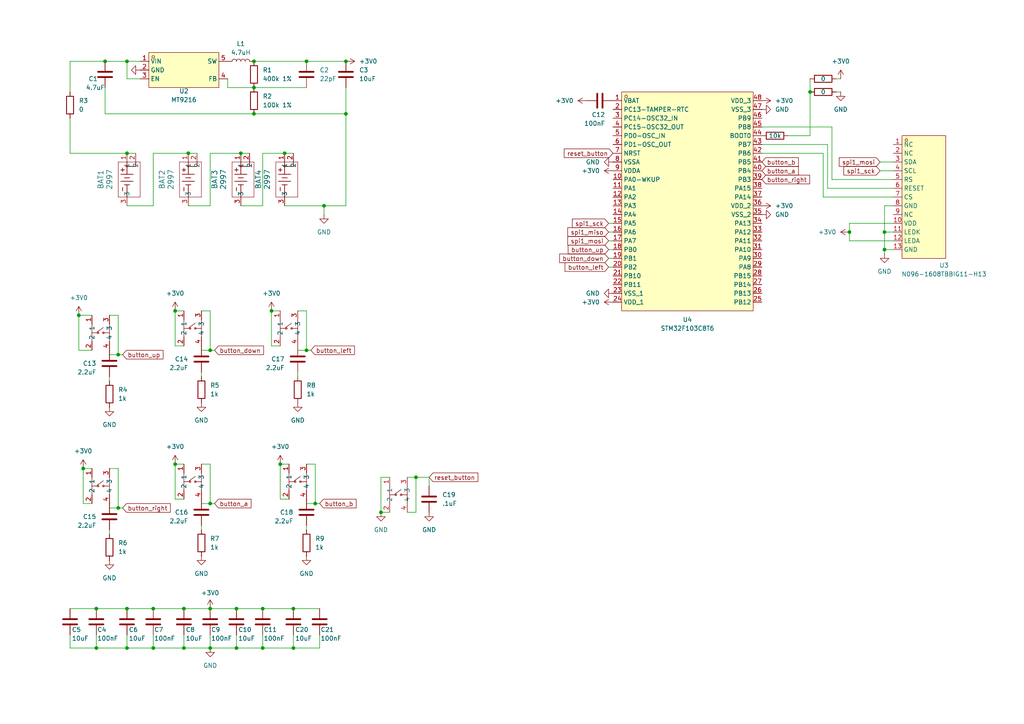
<source format=kicad_sch>
(kicad_sch (version 20231120) (generator "eeschema") (generator_version "8.0")
  (paper "A4")
  (title_block (title "stm32 business card"))
  (lib_symbols
    (symbol "2025-02-07_04-30-39:2997" (pin_names (offset 0.254))
      (property "Reference" "BAT" (at 7.62 8.89 0))
      (property "Value" "2997" (at 7.62 5.08 0))
      (symbol "2997_0_1"
        (polyline (pts (xy 2.54 -3.81) (xy 12.7 -3.81)) (stroke (width 0.127)))
        (polyline (pts (xy 2.54 -2.54) (xy 3.81 -2.54)) (stroke (width 0.2032)))
        (polyline (pts (xy 2.54 0) (xy 6.096 0)) (stroke (width 0.2032)))
        (polyline (pts (xy 2.54 2.54) (xy 2.54 -3.81)) (stroke (width 0.127)))
        (polyline (pts (xy 3.81 0) (xy 3.81 -2.54)) (stroke (width 0.2032)))
        (polyline (pts (xy 4.318 1.27) (xy 5.334 1.27)) (stroke (width 0.2032)))
        (polyline (pts (xy 4.826 1.778) (xy 4.826 0.762)) (stroke (width 0.2032)))
        (polyline (pts (xy 6.096 -1.778) (xy 6.096 1.778)) (stroke (width 0.2032)))
        (polyline (pts (xy 7.112 0.762) (xy 7.112 -0.762)) (stroke (width 0.2032)))
        (polyline (pts (xy 8.128 -1.778) (xy 8.128 1.778)) (stroke (width 0.2032)))
        (polyline (pts (xy 9.144 0) (xy 12.7 0)) (stroke (width 0.2032)))
        (polyline (pts (xy 9.144 0.762) (xy 9.144 -0.762)) (stroke (width 0.2032)))
        (polyline (pts (xy 9.906 1.27) (xy 10.922 1.27)) (stroke (width 0.2032)))
        (polyline (pts (xy 12.7 -3.81) (xy 12.7 2.54)) (stroke (width 0.127)))
        (polyline (pts (xy 12.7 2.54) (xy 2.54 2.54)) (stroke (width 0.127)))
        (circle (center 3.81 0) (radius 0.127) (stroke (width 0.254)))
        (pin unspecified line (at 0 0 0) (length 2.54) (name "1") (number "1"))
        (pin unspecified line (at 0 -2.54 0) (length 2.54) (name "2") (number "2"))
        (pin unspecified line (at 15.24 0 180) (length 2.54) (name "3") (number "3"))
      )
    )
    (symbol "Device:C" (pin_numbers hide) (pin_names (offset 0.254))
      (property "Reference" "C" (at 0.635 2.54 0))
      (property "Value" "C" (at 0.635 -2.54 0))
      (symbol "C_0_1"
        (polyline (pts (xy -2.032 -0.762) (xy 2.032 -0.762)) (stroke (width 0.508)))
        (polyline (pts (xy -2.032 0.762) (xy 2.032 0.762)) (stroke (width 0.508)))
      )
      (symbol "C_1_1"
        (pin passive line (at 0 3.81 270) (length 2.794) (name "~") (number "1"))
        (pin passive line (at 0 -3.81 90) (length 2.794) (name "~") (number "2"))
      )
    )
    (symbol "Device:L" (pin_numbers hide) (pin_names (offset 1.016) hide)
      (property "Reference" "L" (at -1.27 0 90))
      (property "Value" "L" (at 1.905 0 90))
      (symbol "L_0_1"
        (arc (start 0 -2.54) (mid 0.6323 -1.905) (end 0 -1.27))
        (arc (start 0 -1.27) (mid 0.6323 -0.635) (end 0 0))
        (arc (start 0 0) (mid 0.6323 0.635) (end 0 1.27))
        (arc (start 0 1.27) (mid 0.6323 1.905) (end 0 2.54))
      )
      (symbol "L_1_1"
        (pin passive line (at 0 3.81 270) (length 1.27) (name "1") (number "1"))
        (pin passive line (at 0 -3.81 90) (length 1.27) (name "2") (number "2"))
      )
    )
    (symbol "Device:R" (pin_numbers hide) (pin_names (offset 0))
      (property "Reference" "R" (at 2.032 0 90))
      (property "Value" "R" (at 0 0 90))
      (symbol "R_0_1"
        (rectangle (start -1.016 -2.54) (end 1.016 2.54) (stroke (width 0.254)))
      )
      (symbol "R_1_1"
        (pin passive line (at 0 3.81 270) (length 1.27) (name "~") (number "1"))
        (pin passive line (at 0 -3.81 90) (length 1.27) (name "~") (number "2"))
      )
    )
    (symbol "easyeda2kicad:MT9216"
      (property "Reference" "U" (at 0 7.62 0))
      (property "Value" "MT9216" (at 0 -7.62 0))
      (symbol "MT9216_0_1"
        (rectangle (start -10.16 5.08) (end 10.16 -5.08) (fill (type background)))
        (circle (center -8.89 3.81) (radius 0.38))
        (pin unspecified line (at -12.7 2.54 0) (length 2.54) (name "VIN") (number "1"))
        (pin unspecified line (at -12.7 0 0) (length 2.54) (name "GND") (number "2"))
        (pin unspecified line (at -12.7 -2.54 0) (length 2.54) (name "EN") (number "3"))
        (pin unspecified line (at 12.7 -2.54 180) (length 2.54) (name "FB") (number "4"))
        (pin unspecified line (at 12.7 2.54 180) (length 2.54) (name "SW") (number "5"))
      )
    )
    (symbol "easyeda2kicad:N096-1608TBBIG11-H13"
      (property "Reference" "U" (at 0 20.32 0))
      (property "Value" "N096-1608TBBIG11-H13" (at 0 -20.32 0))
      (symbol "N096-1608TBBIG11-H13_0_1"
        (rectangle (start -6.35 17.78) (end 6.35 -17.78) (fill (type background)))
        (circle (center -5.08 16.51) (radius 0.38))
        (pin unspecified line (at -8.89 15.24 0) (length 2.54) (name "NC") (number "1"))
        (pin unspecified line (at -8.89 -7.62 0) (length 2.54) (name "VDD") (number "10"))
        (pin unspecified line (at -8.89 -10.16 0) (length 2.54) (name "LEDK") (number "11"))
        (pin unspecified line (at -8.89 -12.7 0) (length 2.54) (name "LEDA") (number "12"))
        (pin unspecified line (at -8.89 -15.24 0) (length 2.54) (name "GND") (number "13"))
        (pin unspecified line (at -8.89 12.7 0) (length 2.54) (name "NC") (number "2"))
        (pin unspecified line (at -8.89 10.16 0) (length 2.54) (name "SDA") (number "3"))
        (pin unspecified line (at -8.89 7.62 0) (length 2.54) (name "SCL") (number "4"))
        (pin unspecified line (at -8.89 5.08 0) (length 2.54) (name "RS") (number "5"))
        (pin unspecified line (at -8.89 2.54 0) (length 2.54) (name "RESET") (number "6"))
        (pin unspecified line (at -8.89 0 0) (length 2.54) (name "CS") (number "7"))
        (pin unspecified line (at -8.89 -2.54 0) (length 2.54) (name "GND") (number "8"))
        (pin unspecified line (at -8.89 -5.08 0) (length 2.54) (name "NC") (number "9"))
      )
    )
    (symbol "easyeda2kicad:STM32F103C8T6"
      (property "Reference" "U" (at 0 34.29 0))
      (property "Value" "STM32F103C8T6" (at 0 -34.29 0))
      (symbol "STM32F103C8T6_0_1"
        (rectangle (start -19.05 31.75) (end 19.05 -31.75) (fill (type background)))
        (circle (center -17.78 30.48) (radius 0.38))
        (pin unspecified line (at -21.59 29.21 0) (length 2.54) (name "VBAT") (number "1"))
        (pin unspecified line (at -21.59 6.35 0) (length 2.54) (name "PA0-WKUP") (number "10"))
        (pin unspecified line (at -21.59 3.81 0) (length 2.54) (name "PA1") (number "11"))
        (pin unspecified line (at -21.59 1.27 0) (length 2.54) (name "PA2") (number "12"))
        (pin unspecified line (at -21.59 -1.27 0) (length 2.54) (name "PA3") (number "13"))
        (pin unspecified line (at -21.59 -3.81 0) (length 2.54) (name "PA4") (number "14"))
        (pin unspecified line (at -21.59 -6.35 0) (length 2.54) (name "PA5") (number "15"))
        (pin unspecified line (at -21.59 -8.89 0) (length 2.54) (name "PA6") (number "16"))
        (pin unspecified line (at -21.59 -11.43 0) (length 2.54) (name "PA7") (number "17"))
        (pin unspecified line (at -21.59 -13.97 0) (length 2.54) (name "PB0") (number "18"))
        (pin unspecified line (at -21.59 -16.51 0) (length 2.54) (name "PB1") (number "19"))
        (pin unspecified line (at -21.59 26.67 0) (length 2.54) (name "PC13-TAMPER-RTC") (number "2"))
        (pin unspecified line (at -21.59 -19.05 0) (length 2.54) (name "PB2") (number "20"))
        (pin unspecified line (at -21.59 -21.59 0) (length 2.54) (name "PB10") (number "21"))
        (pin unspecified line (at -21.59 -24.13 0) (length 2.54) (name "PB11") (number "22"))
        (pin unspecified line (at -21.59 -26.67 0) (length 2.54) (name "VSS_1") (number "23"))
        (pin unspecified line (at -21.59 -29.21 0) (length 2.54) (name "VDD_1") (number "24"))
        (pin unspecified line (at 21.59 -29.21 180) (length 2.54) (name "PB12") (number "25"))
        (pin unspecified line (at 21.59 -26.67 180) (length 2.54) (name "PB13") (number "26"))
        (pin unspecified line (at 21.59 -24.13 180) (length 2.54) (name "PB14") (number "27"))
        (pin unspecified line (at 21.59 -21.59 180) (length 2.54) (name "PB15") (number "28"))
        (pin unspecified line (at 21.59 -19.05 180) (length 2.54) (name "PA8") (number "29"))
        (pin unspecified line (at -21.59 24.13 0) (length 2.54) (name "PC14-OSC32_IN") (number "3"))
        (pin unspecified line (at 21.59 -16.51 180) (length 2.54) (name "PA9") (number "30"))
        (pin unspecified line (at 21.59 -13.97 180) (length 2.54) (name "PA10") (number "31"))
        (pin unspecified line (at 21.59 -11.43 180) (length 2.54) (name "PA11") (number "32"))
        (pin unspecified line (at 21.59 -8.89 180) (length 2.54) (name "PA12") (number "33"))
        (pin unspecified line (at 21.59 -6.35 180) (length 2.54) (name "PA13") (number "34"))
        (pin unspecified line (at 21.59 -3.81 180) (length 2.54) (name "VSS_2") (number "35"))
        (pin unspecified line (at 21.59 -1.27 180) (length 2.54) (name "VDD_2") (number "36"))
        (pin unspecified line (at 21.59 1.27 180) (length 2.54) (name "PA14") (number "37"))
        (pin unspecified line (at 21.59 3.81 180) (length 2.54) (name "PA15") (number "38"))
        (pin unspecified line (at 21.59 6.35 180) (length 2.54) (name "PB3") (number "39"))
        (pin unspecified line (at -21.59 21.59 0) (length 2.54) (name "PC15-OSC32_OUT") (number "4"))
        (pin unspecified line (at 21.59 8.89 180) (length 2.54) (name "PB4") (number "40"))
        (pin unspecified line (at 21.59 11.43 180) (length 2.54) (name "PB5") (number "41"))
        (pin unspecified line (at 21.59 13.97 180) (length 2.54) (name "PB6") (number "42"))
        (pin unspecified line (at 21.59 16.51 180) (length 2.54) (name "PB7") (number "43"))
        (pin unspecified line (at 21.59 19.05 180) (length 2.54) (name "BOOT0") (number "44"))
        (pin unspecified line (at 21.59 21.59 180) (length 2.54) (name "PB8") (number "45"))
        (pin unspecified line (at 21.59 24.13 180) (length 2.54) (name "PB9") (number "46"))
        (pin unspecified line (at 21.59 26.67 180) (length 2.54) (name "VSS_3") (number "47"))
        (pin unspecified line (at 21.59 29.21 180) (length 2.54) (name "VDD_3") (number "48"))
        (pin unspecified line (at -21.59 19.05 0) (length 2.54) (name "PD0-OSC_IN") (number "5"))
        (pin unspecified line (at -21.59 16.51 0) (length 2.54) (name "PD1-OSC_OUT") (number "6"))
        (pin unspecified line (at -21.59 13.97 0) (length 2.54) (name "NRST") (number "7"))
        (pin unspecified line (at -21.59 11.43 0) (length 2.54) (name "VSSA") (number "8"))
        (pin unspecified line (at -21.59 8.89 0) (length 2.54) (name "VDDA") (number "9"))
      )
    )
    (symbol "easyeda2kicad:TSD003A04126A02"
      (property "Reference" "SW" (at 0 7.62 0))
      (property "Value" "TSD003A04126A02" (at 0 -7.62 0))
      (symbol "TSD003A04126A02_0_1"
        (circle (center 0 -0.76) (radius 0.25))
        (polyline (pts (xy -2.54 2.54) (xy 2.54 2.54)))
        (polyline (pts (xy -1.52 -0.76) (xy -0.25 1.02)))
        (polyline (pts (xy 0 -2.54) (xy 0 -0.76)))
        (polyline (pts (xy 0 1.52) (xy 0 0.76)))
        (polyline (pts (xy 0 2.54) (xy 0 1.52)))
        (polyline (pts (xy 2.54 -2.54) (xy -2.54 -2.54)))
        (circle (center 0 0.76) (radius 0.25))
        (pin unspecified line (at -5.08 2.54 0) (length 2.54) (name "1") (number "1"))
        (pin unspecified line (at 5.08 2.54 180) (length 2.54) (name "2") (number "2"))
        (pin unspecified line (at -5.08 -2.54 0) (length 2.54) (name "3") (number "3"))
        (pin unspecified line (at 5.08 -2.54 180) (length 2.54) (name "4") (number "4"))
      )
    )
    (symbol "power:+3V0" (power) (pin_numbers hide) (pin_names (offset 0) hide)
      (property "Value" "+3V0" (at 0 3.556 0))
      (symbol "+3V0_0_1"
        (polyline (pts (xy -0.762 1.27) (xy 0 2.54)))
        (polyline (pts (xy 0 0) (xy 0 2.54)))
        (polyline (pts (xy 0 2.54) (xy 0.762 1.27)))
      )
      (symbol "+3V0_1_1"
        (pin power_in line (at 0 0 90) (length 0) (name "~") (number "1"))
      )
    )
    (symbol "power:GND" (power) (pin_numbers hide) (pin_names (offset 0) hide)
      (property "Value" "GND" (at 0 -3.81 0))
      (symbol "GND_0_1"
        (polyline (pts (xy 0 0) (xy 0 -1.27) (xy 1.27 -1.27) (xy 0 -2.54) (xy -1.27 -1.27) (xy 0 -1.27)))
      )
      (symbol "GND_1_1"
        (pin power_in line (at 0 0 270) (length 0) (name "~") (number "1"))
      )
    )
  )
  (junction (at 256.54 67.31))
  (junction (at 60.96 146.05))
  (junction (at 44.45 176.53))
  (junction (at 110.49 148.59))
  (junction (at 88.9 17.78))
  (junction (at 120.65 138.43))
  (junction (at 69.85 44.45))
  (junction (at 54.61 44.45))
  (junction (at 27.94 187.96))
  (junction (at 81.28 134.62))
  (junction (at 88.9 101.6))
  (junction (at 44.45 187.96))
  (junction (at 85.09 176.53))
  (junction (at 60.96 187.96))
  (junction (at 34.29 147.32))
  (junction (at 82.55 44.45))
  (junction (at 91.44 146.05))
  (junction (at 50.8 134.62))
  (junction (at 30.48 17.78))
  (junction (at 36.83 44.45))
  (junction (at 93.98 59.69))
  (junction (at 73.66 17.78))
  (junction (at 100.33 17.78))
  (junction (at 53.34 187.96))
  (junction (at 34.29 102.87))
  (junction (at 246.38 67.31))
  (junction (at 36.83 176.53))
  (junction (at 78.74 90.17))
  (junction (at 36.83 187.96))
  (junction (at 60.96 101.6))
  (junction (at 68.58 176.53))
  (junction (at 68.58 187.96))
  (junction (at 234.95 26.67))
  (junction (at 22.86 91.44))
  (junction (at 256.54 72.39))
  (junction (at 85.09 187.96))
  (junction (at 76.2 176.53))
  (junction (at 24.13 135.89))
  (junction (at 53.34 176.53))
  (junction (at 100.33 33.02))
  (junction (at 27.94 176.53))
  (junction (at 73.66 33.02))
  (junction (at 73.66 25.4))
  (junction (at 50.8 90.17))
  (junction (at 76.2 187.96))
  (junction (at 36.83 17.78))
  (junction (at 60.96 176.53))
  (wire (pts (xy 31.75 110.49) (xy 31.75 109.22)))
  (wire (pts (xy 100.33 33.02) (xy 100.33 59.69)))
  (wire (pts (xy 86.36 90.17) (xy 88.9 90.17)))
  (wire (pts (xy 60.96 176.53) (xy 68.58 176.53)))
  (wire (pts (xy 83.82 144.78) (xy 81.28 144.78)))
  (wire (pts (xy 92.71 184.15) (xy 92.71 187.96)))
  (wire (pts (xy 240.03 41.91) (xy 220.98 41.91)))
  (wire (pts (xy 27.94 184.15) (xy 27.94 187.96)))
  (wire (pts (xy 36.83 17.78) (xy 36.83 22.86)))
  (wire (pts (xy 243.84 22.86) (xy 242.57 22.86)))
  (wire (pts (xy 76.2 44.45) (xy 82.55 44.45)))
  (wire (pts (xy 22.86 91.44) (xy 22.86 101.6)))
  (wire (pts (xy 50.8 90.17) (xy 53.34 90.17)))
  (wire (pts (xy 68.58 187.96) (xy 76.2 187.96)))
  (wire (pts (xy 60.96 90.17) (xy 60.96 101.6)))
  (wire (pts (xy 58.42 134.62) (xy 60.96 134.62)))
  (wire (pts (xy 50.8 134.62) (xy 50.8 144.78)))
  (wire (pts (xy 36.83 44.45) (xy 39.37 44.45)))
  (wire (pts (xy 246.38 67.31) (xy 246.38 69.85)))
  (wire (pts (xy 73.66 33.02) (xy 100.33 33.02)))
  (wire (pts (xy 256.54 59.69) (xy 256.54 67.31)))
  (wire (pts (xy 60.96 101.6) (xy 62.23 101.6)))
  (wire (pts (xy 44.45 176.53) (xy 53.34 176.53)))
  (wire (pts (xy 53.34 144.78) (xy 50.8 144.78)))
  (wire (pts (xy 24.13 135.89) (xy 26.67 135.89)))
  (wire (pts (xy 73.66 33.02) (xy 30.48 33.02)))
  (wire (pts (xy 92.71 187.96) (xy 85.09 187.96)))
  (wire (pts (xy 255.27 46.99) (xy 259.08 46.99)))
  (wire (pts (xy 20.32 34.29) (xy 20.32 44.45)))
  (wire (pts (xy 120.65 138.43) (xy 124.46 138.43)))
  (wire (pts (xy 26.67 101.6) (xy 22.86 101.6)))
  (wire (pts (xy 66.04 25.4) (xy 73.66 25.4)))
  (wire (pts (xy 44.45 184.15) (xy 44.45 187.96)))
  (wire (pts (xy 54.61 44.45) (xy 57.15 44.45)))
  (wire (pts (xy 26.67 146.05) (xy 24.13 146.05)))
  (wire (pts (xy 88.9 153.67) (xy 88.9 152.4)))
  (wire (pts (xy 31.75 135.89) (xy 34.29 135.89)))
  (wire (pts (xy 120.65 138.43) (xy 120.65 148.59)))
  (wire (pts (xy 85.09 176.53) (xy 92.71 176.53)))
  (wire (pts (xy 124.46 138.43) (xy 124.46 140.97)))
  (wire (pts (xy 60.96 134.62) (xy 60.96 146.05)))
  (wire (pts (xy 259.08 52.07) (xy 241.3 52.07)))
  (wire (pts (xy 36.83 59.69) (xy 44.45 59.69)))
  (wire (pts (xy 110.49 138.43) (xy 110.49 148.59)))
  (wire (pts (xy 69.85 44.45) (xy 72.39 44.45)))
  (wire (pts (xy 58.42 109.22) (xy 58.42 107.95)))
  (wire (pts (xy 100.33 25.4) (xy 100.33 33.02)))
  (wire (pts (xy 36.83 187.96) (xy 44.45 187.96)))
  (wire (pts (xy 44.45 44.45) (xy 54.61 44.45)))
  (wire (pts (xy 40.64 22.86) (xy 36.83 22.86)))
  (wire (pts (xy 78.74 90.17) (xy 81.28 90.17)))
  (wire (pts (xy 93.98 59.69) (xy 93.98 62.23)))
  (wire (pts (xy 259.08 67.31) (xy 256.54 67.31)))
  (wire (pts (xy 69.85 59.69) (xy 76.2 59.69)))
  (wire (pts (xy 34.29 147.32) (xy 35.56 147.32)))
  (wire (pts (xy 27.94 187.96) (xy 36.83 187.96)))
  (wire (pts (xy 58.42 90.17) (xy 60.96 90.17)))
  (wire (pts (xy 54.61 59.69) (xy 60.96 59.69)))
  (wire (pts (xy 240.03 54.61) (xy 259.08 54.61)))
  (wire (pts (xy 176.53 74.93) (xy 177.8 74.93)))
  (wire (pts (xy 259.08 59.69) (xy 256.54 59.69)))
  (wire (pts (xy 73.66 17.78) (xy 88.9 17.78)))
  (wire (pts (xy 176.53 72.39) (xy 177.8 72.39)))
  (wire (pts (xy 88.9 90.17) (xy 88.9 101.6)))
  (wire (pts (xy 243.84 26.67) (xy 242.57 26.67)))
  (wire (pts (xy 58.42 153.67) (xy 58.42 152.4)))
  (wire (pts (xy 240.03 41.91) (xy 240.03 54.61)))
  (wire (pts (xy 88.9 101.6) (xy 90.17 101.6)))
  (wire (pts (xy 31.75 147.32) (xy 34.29 147.32)))
  (wire (pts (xy 30.48 25.4) (xy 30.48 33.02)))
  (wire (pts (xy 228.6 39.37) (xy 234.95 39.37)))
  (wire (pts (xy 86.36 109.22) (xy 86.36 107.95)))
  (wire (pts (xy 110.49 148.59) (xy 113.03 148.59)))
  (wire (pts (xy 53.34 176.53) (xy 60.96 176.53)))
  (wire (pts (xy 24.13 135.89) (xy 24.13 146.05)))
  (wire (pts (xy 60.96 44.45) (xy 69.85 44.45)))
  (wire (pts (xy 234.95 22.86) (xy 234.95 26.67)))
  (wire (pts (xy 36.83 184.15) (xy 36.83 187.96)))
  (wire (pts (xy 34.29 135.89) (xy 34.29 147.32)))
  (wire (pts (xy 238.76 44.45) (xy 238.76 57.15)))
  (wire (pts (xy 60.96 184.15) (xy 60.96 187.96)))
  (wire (pts (xy 20.32 176.53) (xy 27.94 176.53)))
  (wire (pts (xy 91.44 146.05) (xy 92.71 146.05)))
  (wire (pts (xy 176.53 64.77) (xy 177.8 64.77)))
  (wire (pts (xy 31.75 91.44) (xy 34.29 91.44)))
  (wire (pts (xy 82.55 44.45) (xy 85.09 44.45)))
  (wire (pts (xy 220.98 36.83) (xy 241.3 36.83)))
  (wire (pts (xy 118.11 138.43) (xy 120.65 138.43)))
  (wire (pts (xy 36.83 44.45) (xy 20.32 44.45)))
  (wire (pts (xy 76.2 176.53) (xy 85.09 176.53)))
  (wire (pts (xy 60.96 146.05) (xy 62.23 146.05)))
  (wire (pts (xy 176.53 67.31) (xy 177.8 67.31)))
  (wire (pts (xy 31.75 102.87) (xy 34.29 102.87)))
  (wire (pts (xy 241.3 36.83) (xy 241.3 52.07)))
  (wire (pts (xy 81.28 100.33) (xy 78.74 100.33)))
  (wire (pts (xy 44.45 187.96) (xy 53.34 187.96)))
  (wire (pts (xy 20.32 17.78) (xy 30.48 17.78)))
  (wire (pts (xy 246.38 69.85) (xy 259.08 69.85)))
  (wire (pts (xy 88.9 134.62) (xy 91.44 134.62)))
  (wire (pts (xy 76.2 187.96) (xy 85.09 187.96)))
  (wire (pts (xy 176.53 77.47) (xy 177.8 77.47)))
  (wire (pts (xy 34.29 102.87) (xy 35.56 102.87)))
  (wire (pts (xy 176.53 69.85) (xy 177.8 69.85)))
  (wire (pts (xy 66.04 22.86) (xy 66.04 25.4)))
  (wire (pts (xy 30.48 17.78) (xy 36.83 17.78)))
  (wire (pts (xy 58.42 101.6) (xy 60.96 101.6)))
  (wire (pts (xy 86.36 101.6) (xy 88.9 101.6)))
  (wire (pts (xy 78.74 90.17) (xy 78.74 100.33)))
  (wire (pts (xy 246.38 64.77) (xy 246.38 67.31)))
  (wire (pts (xy 81.28 134.62) (xy 83.82 134.62)))
  (wire (pts (xy 20.32 17.78) (xy 20.32 26.67)))
  (wire (pts (xy 234.95 26.67) (xy 234.95 39.37)))
  (wire (pts (xy 31.75 154.94) (xy 31.75 153.67)))
  (wire (pts (xy 53.34 100.33) (xy 50.8 100.33)))
  (wire (pts (xy 256.54 67.31) (xy 256.54 72.39)))
  (wire (pts (xy 68.58 184.15) (xy 68.58 187.96)))
  (wire (pts (xy 27.94 176.53) (xy 36.83 176.53)))
  (wire (pts (xy 81.28 134.62) (xy 81.28 144.78)))
  (wire (pts (xy 76.2 59.69) (xy 76.2 44.45)))
  (wire (pts (xy 50.8 134.62) (xy 53.34 134.62)))
  (wire (pts (xy 60.96 187.96) (xy 68.58 187.96)))
  (wire (pts (xy 259.08 57.15) (xy 238.76 57.15)))
  (wire (pts (xy 53.34 187.96) (xy 60.96 187.96)))
  (wire (pts (xy 110.49 138.43) (xy 113.03 138.43)))
  (wire (pts (xy 44.45 59.69) (xy 44.45 44.45)))
  (wire (pts (xy 82.55 59.69) (xy 93.98 59.69)))
  (wire (pts (xy 73.66 25.4) (xy 88.9 25.4)))
  (wire (pts (xy 36.83 17.78) (xy 40.64 17.78)))
  (wire (pts (xy 246.38 64.77) (xy 259.08 64.77)))
  (wire (pts (xy 85.09 184.15) (xy 85.09 187.96)))
  (wire (pts (xy 100.33 59.69) (xy 93.98 59.69)))
  (wire (pts (xy 22.86 91.44) (xy 26.67 91.44)))
  (wire (pts (xy 220.98 44.45) (xy 238.76 44.45)))
  (wire (pts (xy 88.9 146.05) (xy 91.44 146.05)))
  (wire (pts (xy 60.96 59.69) (xy 60.96 44.45)))
  (wire (pts (xy 36.83 176.53) (xy 44.45 176.53)))
  (wire (pts (xy 256.54 72.39) (xy 256.54 73.66)))
  (wire (pts (xy 76.2 184.15) (xy 76.2 187.96)))
  (wire (pts (xy 118.11 148.59) (xy 120.65 148.59)))
  (wire (pts (xy 58.42 146.05) (xy 60.96 146.05)))
  (wire (pts (xy 20.32 184.15) (xy 20.32 187.96)))
  (wire (pts (xy 68.58 176.53) (xy 76.2 176.53)))
  (wire (pts (xy 256.54 72.39) (xy 259.08 72.39)))
  (wire (pts (xy 91.44 134.62) (xy 91.44 146.05)))
  (wire (pts (xy 255.27 49.53) (xy 259.08 49.53)))
  (wire (pts (xy 50.8 90.17) (xy 50.8 100.33)))
  (wire (pts (xy 53.34 184.15) (xy 53.34 187.96)))
  (wire (pts (xy 88.9 17.78) (xy 100.33 17.78)))
  (wire (pts (xy 20.32 187.96) (xy 27.94 187.96)))
  (wire (pts (xy 34.29 91.44) (xy 34.29 102.87)))
  (global_label "button_b" (shape input) (at 92.71 146.05 0) (property "Intersheetrefs" "${INTERSHEET_REFS}" (effects (hide yes))))
  (global_label "button_down" (shape input) (at 62.23 101.6 0) (property "Intersheetrefs" "${INTERSHEET_REFS}" (effects (hide yes))))
  (global_label "button_right" (shape input) (at 35.56 147.32 0) (property "Intersheetrefs" "${INTERSHEET_REFS}" (effects (hide yes))))
  (global_label "spi1_mosi" (shape input) (at 255.27 46.99 180) (property "Intersheetrefs" "${INTERSHEET_REFS}" (effects (hide yes))))
  (global_label "button_b" (shape input) (at 220.98 46.99 0) (property "Intersheetrefs" "${INTERSHEET_REFS}" (effects (hide yes))))
  (global_label "button_a" (shape input) (at 220.98 49.53 0) (property "Intersheetrefs" "${INTERSHEET_REFS}" (effects (hide yes))))
  (global_label "spi1_sck" (shape input) (at 176.53 64.77 180) (property "Intersheetrefs" "${INTERSHEET_REFS}" (effects (hide yes))))
  (global_label "reset_button" (shape input) (at 124.46 138.43 0) (property "Intersheetrefs" "${INTERSHEET_REFS}" (effects (hide yes))))
  (global_label "button_a" (shape input) (at 62.23 146.05 0) (property "Intersheetrefs" "${INTERSHEET_REFS}" (effects (hide yes))))
  (global_label "button_left" (shape input) (at 176.53 77.47 180) (property "Intersheetrefs" "${INTERSHEET_REFS}" (effects (hide yes))))
  (global_label "reset_button" (shape input) (at 177.8 44.45 180) (property "Intersheetrefs" "${INTERSHEET_REFS}" (effects (hide yes))))
  (global_label "button_right" (shape input) (at 220.98 52.07 0) (property "Intersheetrefs" "${INTERSHEET_REFS}" (effects (hide yes))))
  (global_label "button_up" (shape input) (at 35.56 102.87 0) (property "Intersheetrefs" "${INTERSHEET_REFS}" (effects (hide yes))))
  (global_label "button_left" (shape input) (at 90.17 101.6 0) (property "Intersheetrefs" "${INTERSHEET_REFS}" (effects (hide yes))))
  (global_label "button_up" (shape input) (at 176.53 72.39 180) (property "Intersheetrefs" "${INTERSHEET_REFS}" (effects (hide yes))))
  (global_label "spi1_miso" (shape input) (at 176.53 67.31 180) (property "Intersheetrefs" "${INTERSHEET_REFS}" (effects (hide yes))))
  (global_label "spi1_sck" (shape input) (at 255.27 49.53 180) (property "Intersheetrefs" "${INTERSHEET_REFS}" (effects (hide yes))))
  (global_label "button_down" (shape input) (at 176.53 74.93 180) (property "Intersheetrefs" "${INTERSHEET_REFS}" (effects (hide yes))))
  (global_label "spi1_mosi" (shape input) (at 176.53 69.85 180) (property "Intersheetrefs" "${INTERSHEET_REFS}" (effects (hide yes))))
  (symbol (lib_id "power:GND") (at 256.54 73.66 0) (unit 1)
    (property "Reference" "#PWR02" (effects (hide yes)))
    (property "Value" "GND" (at 256.54 78.74 0))
    (property "Description" "Power symbol creates a global label with name \"GND\" , ground" (effects (hide yes)))
  )
  (symbol (lib_id "Device:R") (at 86.36 113.03 180) (unit 1)
    (property "Reference" "R8" (at 88.9 111.7599 0) (effects (justify right)))
    (property "Value" "1k" (at 88.9 114.2999 0) (effects (justify right)))
    (property "Footprint" "Resistor_SMD:R_0603_1608Metric" (effects (hide yes)))
    (property "Description" "Resistor" (effects (hide yes)))
  )
  (symbol (lib_id "Device:L") (at 69.85 17.78 90) (unit 1)
    (property "Reference" "L1" (at 69.85 12.7 90))
    (property "Value" "4.7uH" (at 69.85 15.24 90))
    (property "Footprint" "Inductor_SMD:L_0603_1608Metric" (effects (hide yes)))
    (property "Description" "Inductor" (effects (hide yes)))
  )
  (symbol (lib_id "power:GND") (at 177.8 85.09 270) (unit 1)
    (property "Reference" "#PWR04" (effects (hide yes)))
    (property "Value" "GND" (at 173.99 85.0899 90) (effects (justify right)))
    (property "Description" "Power symbol creates a global label with name \"GND\" , ground" (effects (hide yes)))
  )
  (symbol (lib_id "2025-02-07_04-30-39:2997") (at 54.61 44.45 90) (mirror x) (unit 1)
    (property "Reference" "BAT2" (at 46.99 52.07 0) (effects (font (size 1.524 1.524))))
    (property "Value" "2997" (at 49.53 52.07 0) (effects (font (size 1.524 1.524))))
    (property "Footprint" "2997_KEY" (effects (hide yes)))
    (property "Datasheet" "2997" (effects (hide yes)))
  )
  (symbol (lib_id "Device:C") (at 124.46 144.78 0) (unit 1)
    (property "Reference" "C19" (at 128.27 143.5099 0) (effects (justify left)))
    (property "Value" ".1uF" (at 128.27 146.0499 0) (effects (justify left)))
    (property "Footprint" "Capacitor_SMD:C_0603_1608Metric" (effects (hide yes)))
    (property "Description" "Unpolarized capacitor" (effects (hide yes)))
  )
  (symbol (lib_id "Device:C") (at 44.45 180.34 0) (unit 1)
    (property "Reference" "C7" (at 44.704 182.626 0) (effects (justify left)))
    (property "Value" "100nF" (at 44.704 185.166 0) (effects (justify left)))
    (property "Footprint" "Capacitor_SMD:C_0603_1608Metric" (effects (hide yes)))
    (property "Description" "Unpolarized capacitor" (effects (hide yes)))
  )
  (symbol (lib_id "power:GND") (at 86.36 116.84 0) (unit 1)
    (property "Reference" "#PWR024" (effects (hide yes)))
    (property "Value" "GND" (at 86.36 121.92 0))
    (property "Description" "Power symbol creates a global label with name \"GND\" , ground" (effects (hide yes)))
  )
  (symbol (lib_id "power:+3V0") (at 177.8 49.53 90) (unit 1)
    (property "Reference" "#PWR029" (effects (hide yes)))
    (property "Value" "+3V0" (at 173.99 49.5299 90) (effects (justify left)))
    (property "Description" "Power symbol creates a global label with name \"+3V0\"" (effects (hide yes)))
  )
  (symbol (lib_id "Device:C") (at 76.2 180.34 0) (unit 1)
    (property "Reference" "C11" (at 76.454 182.626 0) (effects (justify left)))
    (property "Value" "100nF" (at 76.454 185.166 0) (effects (justify left)))
    (property "Footprint" "Capacitor_SMD:C_0603_1608Metric" (effects (hide yes)))
    (property "Description" "Unpolarized capacitor" (effects (hide yes)))
  )
  (symbol (lib_id "power:+3V0") (at 50.8 134.62 0) (unit 1)
    (property "Reference" "#PWR021" (effects (hide yes)))
    (property "Value" "+3V0" (at 50.8 129.54 0))
    (property "Description" "Power symbol creates a global label with name \"+3V0\"" (effects (hide yes)))
  )
  (symbol (lib_id "power:+3V0") (at 220.98 59.69 270) (unit 1)
    (property "Reference" "#PWR010" (effects (hide yes)))
    (property "Value" "+3V0" (at 224.79 59.6899 90) (effects (justify left)))
    (property "Description" "Power symbol creates a global label with name \"+3V0\"" (effects (hide yes)))
  )
  (symbol (lib_id "power:GND") (at 58.42 161.29 0) (unit 1)
    (property "Reference" "#PWR022" (effects (hide yes)))
    (property "Value" "GND" (at 58.42 166.37 0))
    (property "Description" "Power symbol creates a global label with name \"GND\" , ground" (effects (hide yes)))
  )
  (symbol (lib_id "power:GND") (at 124.46 148.59 0) (unit 1)
    (property "Reference" "#PWR031" (effects (hide yes)))
    (property "Value" "GND" (at 124.46 153.67 0))
    (property "Description" "Power symbol creates a global label with name \"GND\" , ground" (effects (hide yes)))
  )
  (symbol (lib_id "power:GND") (at 220.98 62.23 90) (unit 1)
    (property "Reference" "#PWR06" (effects (hide yes)))
    (property "Value" "GND" (at 224.79 62.2299 90) (effects (justify right)))
    (property "Description" "Power symbol creates a global label with name \"GND\" , ground" (effects (hide yes)))
  )
  (symbol (lib_id "power:+3V0") (at 50.8 90.17 0) (unit 1)
    (property "Reference" "#PWR03" (effects (hide yes)))
    (property "Value" "+3V0" (at 50.8 85.09 0))
    (property "Description" "Power symbol creates a global label with name \"+3V0\"" (effects (hide yes)))
  )
  (symbol (lib_id "Device:C") (at 20.32 180.34 0) (unit 1)
    (property "Reference" "C5" (at 20.828 182.626 0) (effects (justify left)))
    (property "Value" "10uF" (at 20.828 185.166 0) (effects (justify left)))
    (property "Footprint" "Capacitor_SMD:C_0603_1608Metric" (effects (hide yes)))
    (property "Description" "Unpolarized capacitor" (effects (hide yes)))
  )
  (symbol (lib_id "power:GND") (at 220.98 31.75 90) (unit 1)
    (property "Reference" "#PWR05" (effects (hide yes)))
    (property "Value" "GND" (at 224.79 31.7499 90) (effects (justify right)))
    (property "Description" "Power symbol creates a global label with name \"GND\" , ground" (effects (hide yes)))
  )
  (symbol (lib_id "easyeda2kicad:TSD003A04126A02") (at 55.88 139.7 90) (mirror x) (unit 1)
    (property "Reference" "SW4" (effects (hide yes)))
    (property "Value" "TSD003A04126A02" (effects (hide yes)))
    (property "Footprint" "easyeda2kicad:SW-SMD_4P-L6.0-W6.0-P4.50-LS8.6" (effects (hide yes)))
    (property "Description" "top arrow" (effects (hide yes)))
    (property "LCSC Part" "C2888573" (effects (hide yes)))
  )
  (symbol (lib_id "power:+3V0") (at 81.28 134.62 0) (unit 1)
    (property "Reference" "#PWR025" (effects (hide yes)))
    (property "Value" "+3V0" (at 81.28 129.54 0))
    (property "Description" "Power symbol creates a global label with name \"+3V0\"" (effects (hide yes)))
  )
  (symbol (lib_id "easyeda2kicad:TSD003A04126A02") (at 86.36 139.7 90) (mirror x) (unit 1)
    (property "Reference" "SW6" (effects (hide yes)))
    (property "Value" "TSD003A04126A02" (effects (hide yes)))
    (property "Footprint" "easyeda2kicad:SW-SMD_4P-L6.0-W6.0-P4.50-LS8.6" (effects (hide yes)))
    (property "Description" "top arrow" (effects (hide yes)))
    (property "LCSC Part" "C2888573" (effects (hide yes)))
  )
  (symbol (lib_id "Device:C") (at 100.33 21.59 0) (unit 1)
    (property "Reference" "C3" (at 104.14 20.3199 0) (effects (justify left)))
    (property "Value" "10uF" (at 104.14 22.8599 0) (effects (justify left)))
    (property "Footprint" "Capacitor_SMD:C_0603_1608Metric" (effects (hide yes)))
    (property "Description" "Unpolarized capacitor" (effects (hide yes)))
  )
  (symbol (lib_id "power:+3V0") (at 24.13 135.89 0) (unit 1)
    (property "Reference" "#PWR019" (effects (hide yes)))
    (property "Value" "+3V0" (at 24.13 130.81 0))
    (property "Description" "Power symbol creates a global label with name \"+3V0\"" (effects (hide yes)))
  )
  (symbol (lib_id "Device:C") (at 58.42 104.14 180) (unit 1)
    (property "Reference" "C14" (at 54.61 104.14 0) (effects (justify left)))
    (property "Value" "2.2uF" (at 54.61 106.68 0) (effects (justify left)))
    (property "Footprint" "Capacitor_SMD:C_0603_1608Metric" (effects (hide yes)))
    (property "Description" "Unpolarized capacitor" (effects (hide yes)))
  )
  (symbol (lib_id "Device:R") (at 238.76 22.86 90) (unit 1)
    (property "Reference" "R11" (effects (hide yes)))
    (property "Value" "0" (at 238.76 22.86 90))
    (property "Footprint" "Resistor_SMD:R_0603_1608Metric" (effects (hide yes)))
    (property "Description" "Resistor" (effects (hide yes)))
  )
  (symbol (lib_id "power:GND") (at 60.96 187.96 0) (unit 1)
    (property "Reference" "#PWR013" (effects (hide yes)))
    (property "Value" "GND" (at 60.96 193.04 0))
    (property "Description" "Power symbol creates a global label with name \"GND\" , ground" (effects (hide yes)))
  )
  (symbol (lib_id "Device:C") (at 86.36 104.14 180) (unit 1)
    (property "Reference" "C17" (at 82.55 104.14 0) (effects (justify left)))
    (property "Value" "2.2uF" (at 82.55 106.68 0) (effects (justify left)))
    (property "Footprint" "Capacitor_SMD:C_0603_1608Metric" (effects (hide yes)))
    (property "Description" "Unpolarized capacitor" (effects (hide yes)))
  )
  (symbol (lib_id "2025-02-07_04-30-39:2997") (at 69.85 44.45 90) (mirror x) (unit 1)
    (property "Reference" "BAT3" (at 62.23 52.07 0) (effects (font (size 1.524 1.524))))
    (property "Value" "2997" (at 64.77 52.07 0) (effects (font (size 1.524 1.524))))
    (property "Footprint" "2997_KEY" (effects (hide yes)))
    (property "Datasheet" "2997" (effects (hide yes)))
  )
  (symbol (lib_id "Device:C") (at 85.09 180.34 0) (unit 1)
    (property "Reference" "C20" (at 85.598 182.626 0) (effects (justify left)))
    (property "Value" "10uF" (at 85.598 185.166 0) (effects (justify left)))
    (property "Footprint" "Capacitor_SMD:C_0603_1608Metric" (effects (hide yes)))
    (property "Description" "Unpolarized capacitor" (effects (hide yes)))
  )
  (symbol (lib_id "power:GND") (at 31.75 162.56 0) (unit 1)
    (property "Reference" "#PWR020" (effects (hide yes)))
    (property "Value" "GND" (at 31.75 167.64 0))
    (property "Description" "Power symbol creates a global label with name \"GND\" , ground" (effects (hide yes)))
  )
  (symbol (lib_id "2025-02-07_04-30-39:2997") (at 36.83 44.45 90) (mirror x) (unit 1)
    (property "Reference" "BAT1" (at 29.21 52.07 0) (effects (font (size 1.524 1.524))))
    (property "Value" "2997" (at 31.75 52.07 0) (effects (font (size 1.524 1.524))))
    (property "Footprint" "2997_KEY" (effects (hide yes)))
    (property "Datasheet" "2997" (effects (hide yes)))
  )
  (symbol (lib_id "power:GND") (at 177.8 46.99 270) (unit 1)
    (property "Reference" "#PWR030" (effects (hide yes)))
    (property "Value" "GND" (at 173.99 46.9899 90) (effects (justify right)))
    (property "Description" "Power symbol creates a global label with name \"GND\" , ground" (effects (hide yes)))
  )
  (symbol (lib_id "easyeda2kicad:TSD003A04126A02") (at 55.88 95.25 90) (mirror x) (unit 1)
    (property "Reference" "SW2" (effects (hide yes)))
    (property "Value" "TSD003A04126A02" (effects (hide yes)))
    (property "Footprint" "easyeda2kicad:SW-SMD_4P-L6.0-W6.0-P4.50-LS8.6" (effects (hide yes)))
    (property "Description" "top arrow" (effects (hide yes)))
    (property "LCSC Part" "C2888573" (effects (hide yes)))
  )
  (symbol (lib_id "Device:C") (at 27.94 180.34 0) (unit 1)
    (property "Reference" "C4" (at 28.194 182.626 0) (effects (justify left)))
    (property "Value" "100nF" (at 28.194 185.166 0) (effects (justify left)))
    (property "Footprint" "Capacitor_SMD:C_0603_1608Metric" (effects (hide yes)))
    (property "Description" "Unpolarized capacitor" (effects (hide yes)))
  )
  (symbol (lib_id "power:+3V0") (at 177.8 87.63 90) (unit 1)
    (property "Reference" "#PWR011" (effects (hide yes)))
    (property "Value" "+3V0" (at 173.99 87.6299 90) (effects (justify left)))
    (property "Description" "Power symbol creates a global label with name \"+3V0\"" (effects (hide yes)))
  )
  (symbol (lib_id "power:+3V0") (at 60.96 176.53 0) (unit 1)
    (property "Reference" "#PWR012" (effects (hide yes)))
    (property "Value" "+3V0" (at 60.96 171.958 0))
    (property "Description" "Power symbol creates a global label with name \"+3V0\"" (effects (hide yes)))
  )
  (symbol (lib_id "Device:R") (at 58.42 113.03 180) (unit 1)
    (property "Reference" "R5" (at 60.96 111.7599 0) (effects (justify right)))
    (property "Value" "1k" (at 60.96 114.2999 0) (effects (justify right)))
    (property "Footprint" "Resistor_SMD:R_0603_1608Metric" (effects (hide yes)))
    (property "Description" "Resistor" (effects (hide yes)))
  )
  (symbol (lib_id "Device:R") (at 73.66 21.59 0) (unit 1)
    (property "Reference" "R1" (at 76.2 20.3199 0) (effects (justify left)))
    (property "Value" "400k 1%" (at 76.2 22.8599 0) (effects (justify left)))
    (property "Footprint" "Resistor_SMD:R_0603_1608Metric" (effects (hide yes)))
    (property "Description" "Resistor" (effects (hide yes)))
  )
  (symbol (lib_id "Device:C") (at 88.9 148.59 180) (unit 1)
    (property "Reference" "C18" (at 85.09 148.59 0) (effects (justify left)))
    (property "Value" "2.2uF" (at 85.09 151.13 0) (effects (justify left)))
    (property "Footprint" "Capacitor_SMD:C_0603_1608Metric" (effects (hide yes)))
    (property "Description" "Unpolarized capacitor" (effects (hide yes)))
  )
  (symbol (lib_id "easyeda2kicad:TSD003A04126A02") (at 29.21 96.52 90) (mirror x) (unit 1)
    (property "Reference" "SW1" (effects (hide yes)))
    (property "Value" "TSD003A04126A02" (effects (hide yes)))
    (property "Footprint" "easyeda2kicad:SW-SMD_4P-L6.0-W6.0-P4.50-LS8.6" (effects (hide yes)))
    (property "Description" "top arrow" (effects (hide yes)))
    (property "LCSC Part" "C2888573" (effects (hide yes)))
  )
  (symbol (lib_id "power:+3V0") (at 170.18 29.21 90) (unit 1)
    (property "Reference" "#PWR08" (effects (hide yes)))
    (property "Value" "+3V0" (at 166.37 29.2099 90) (effects (justify left)))
    (property "Description" "Power symbol creates a global label with name \"+3V0\"" (effects (hide yes)))
  )
  (symbol (lib_id "power:+3V0") (at 220.98 29.21 270) (unit 1)
    (property "Reference" "#PWR09" (effects (hide yes)))
    (property "Value" "+3V0" (at 224.79 29.2099 90) (effects (justify left)))
    (property "Description" "Power symbol creates a global label with name \"+3V0\"" (effects (hide yes)))
  )
  (symbol (lib_id "Device:R") (at 31.75 114.3 180) (unit 1)
    (property "Reference" "R4" (at 34.29 113.0299 0) (effects (justify right)))
    (property "Value" "1k" (at 34.29 115.5699 0) (effects (justify right)))
    (property "Footprint" "Resistor_SMD:R_0603_1608Metric" (effects (hide yes)))
    (property "Description" "Resistor" (effects (hide yes)))
  )
  (symbol (lib_id "Device:C") (at 36.83 180.34 0) (unit 1)
    (property "Reference" "C6" (at 37.338 182.626 0) (effects (justify left)))
    (property "Value" "10uF" (at 37.338 185.166 0) (effects (justify left)))
    (property "Footprint" "Capacitor_SMD:C_0603_1608Metric" (effects (hide yes)))
    (property "Description" "Unpolarized capacitor" (effects (hide yes)))
  )
  (symbol (lib_id "easyeda2kicad:STM32F103C8T6") (at 199.39 58.42 0) (unit 1)
    (property "Reference" "U4" (at 199.39 92.71 0))
    (property "Value" "STM32F103C8T6" (at 199.39 95.25 0))
    (property "Footprint" "easyeda2kicad:LQFP-48_L7.0-W7.0-P0.50-LS9.0-BL" (effects (hide yes)))
    (property "Datasheet" "https://lcsc.com/product-detail/ST-Microelectronics_STMicroelectronics_STM32F103C8T6_STM32F103C8T6_C8734.html" (effects (hide yes)))
    (property "LCSC Part" "C8734" (effects (hide yes)))
  )
  (symbol (lib_id "power:GND") (at 110.49 148.59 0) (unit 1)
    (property "Reference" "#PWR032" (effects (hide yes)))
    (property "Value" "GND" (at 110.49 153.67 0))
    (property "Description" "Power symbol creates a global label with name \"GND\" , ground" (effects (hide yes)))
  )
  (symbol (lib_id "easyeda2kicad:TSD003A04126A02") (at 83.82 95.25 90) (mirror x) (unit 1)
    (property "Reference" "SW5" (effects (hide yes)))
    (property "Value" "TSD003A04126A02" (effects (hide yes)))
    (property "Footprint" "easyeda2kicad:SW-SMD_4P-L6.0-W6.0-P4.50-LS8.6" (effects (hide yes)))
    (property "Description" "top arrow" (effects (hide yes)))
    (property "LCSC Part" "C2888573" (effects (hide yes)))
  )
  (symbol (lib_id "Device:R") (at 73.66 29.21 0) (unit 1)
    (property "Reference" "R2" (at 76.2 27.9399 0) (effects (justify left)))
    (property "Value" "100k 1%" (at 76.2 30.4799 0) (effects (justify left)))
    (property "Footprint" "Resistor_SMD:R_0603_1608Metric" (effects (hide yes)))
    (property "Description" "Resistor" (effects (hide yes)))
  )
  (symbol (lib_id "Device:C") (at 31.75 105.41 180) (unit 1)
    (property "Reference" "C13" (at 27.94 105.41 0) (effects (justify left)))
    (property "Value" "2.2uF" (at 27.94 107.95 0) (effects (justify left)))
    (property "Footprint" "Capacitor_SMD:C_0603_1608Metric" (effects (hide yes)))
    (property "Description" "Unpolarized capacitor" (effects (hide yes)))
  )
  (symbol (lib_id "Device:R") (at 238.76 26.67 90) (unit 1)
    (property "Reference" "R12" (effects (hide yes)))
    (property "Value" "0" (at 238.76 26.67 90))
    (property "Footprint" "Resistor_SMD:R_0603_1608Metric" (effects (hide yes)))
    (property "Description" "Resistor" (effects (hide yes)))
  )
  (symbol (lib_id "power:GND") (at 58.42 116.84 0) (unit 1)
    (property "Reference" "#PWR018" (effects (hide yes)))
    (property "Value" "GND" (at 58.42 121.92 0))
    (property "Description" "Power symbol creates a global label with name \"GND\" , ground" (effects (hide yes)))
  )
  (symbol (lib_id "power:+3V0") (at 78.74 90.17 0) (unit 1)
    (property "Reference" "#PWR023" (effects (hide yes)))
    (property "Value" "+3V0" (at 78.74 85.09 0))
    (property "Description" "Power symbol creates a global label with name \"+3V0\"" (effects (hide yes)))
  )
  (symbol (lib_id "Device:R") (at 224.79 39.37 90) (unit 1)
    (property "Reference" "R10" (effects (hide yes)))
    (property "Value" "10k" (at 224.79 39.37 90))
    (property "Footprint" "Resistor_SMD:R_0603_1608Metric" (effects (hide yes)))
    (property "Description" "Resistor" (effects (hide yes)))
  )
  (symbol (lib_id "power:+3V0") (at 246.38 67.31 90) (unit 1)
    (property "Reference" "#PWR014" (effects (hide yes)))
    (property "Value" "+3V0" (at 242.57 67.3099 90) (effects (justify left)))
    (property "Description" "Power symbol creates a global label with name \"+3V0\"" (effects (hide yes)))
  )
  (symbol (lib_id "Device:C") (at 53.34 180.34 0) (unit 1)
    (property "Reference" "C8" (at 53.848 182.626 0) (effects (justify left)))
    (property "Value" "10uF" (at 53.848 185.166 0) (effects (justify left)))
    (property "Footprint" "Capacitor_SMD:C_0603_1608Metric" (effects (hide yes)))
    (property "Description" "Unpolarized capacitor" (effects (hide yes)))
  )
  (symbol (lib_id "power:GND") (at 243.84 26.67 0) (unit 1)
    (property "Reference" "#PWR028" (effects (hide yes)))
    (property "Value" "GND" (at 243.84 31.75 0))
    (property "Description" "Power symbol creates a global label with name \"GND\" , ground" (effects (hide yes)))
  )
  (symbol (lib_id "Device:C") (at 30.48 21.59 0) (unit 1)
    (property "Reference" "C1" (at 25.654 22.86 0) (effects (justify left)))
    (property "Value" "4.7uF" (at 24.892 25.4 0) (effects (justify left)))
    (property "Footprint" "Capacitor_SMD:C_0603_1608Metric" (effects (hide yes)))
    (property "Description" "Ceramic with X5R or X7R, 4.7uF recommended" (effects (hide yes)))
  )
  (symbol (lib_id "easyeda2kicad:TSD003A04126A02") (at 115.57 143.51 90) (mirror x) (unit 1)
    (property "Reference" "SW8" (effects (hide yes)))
    (property "Value" "TSD003A04126A02" (effects (hide yes)))
    (property "Footprint" "easyeda2kicad:SW-SMD_4P-L6.0-W6.0-P4.50-LS8.6" (effects (hide yes)))
    (property "Description" "top arrow" (effects (hide yes)))
    (property "LCSC Part" "C2888573" (effects (hide yes)))
  )
  (symbol (lib_id "power:GND") (at 93.98 62.23 0) (unit 1)
    (property "Reference" "#PWR01" (effects (hide yes)))
    (property "Value" "GND" (at 93.98 67.31 0))
    (property "Description" "Power symbol creates a global label with name \"GND\" , ground" (effects (hide yes)))
  )
  (symbol (lib_id "easyeda2kicad:TSD003A04126A02") (at 29.21 140.97 90) (mirror x) (unit 1)
    (property "Reference" "SW3" (effects (hide yes)))
    (property "Value" "TSD003A04126A02" (effects (hide yes)))
    (property "Footprint" "easyeda2kicad:SW-SMD_4P-L6.0-W6.0-P4.50-LS8.6" (effects (hide yes)))
    (property "Description" "top arrow" (effects (hide yes)))
    (property "LCSC Part" "C2888573" (effects (hide yes)))
  )
  (symbol (lib_id "power:GND") (at 40.64 20.32 270) (unit 1)
    (property "Reference" "#PWR015" (effects (hide yes)))
    (property "Value" "GND" (effects (hide yes)))
    (property "Description" "Power symbol creates a global label with name \"GND\" , ground" (effects (hide yes)))
  )
  (symbol (lib_id "Device:C") (at 60.96 180.34 0) (unit 1)
    (property "Reference" "C9" (at 61.214 182.626 0) (effects (justify left)))
    (property "Value" "100nF" (at 61.214 185.166 0) (effects (justify left)))
    (property "Footprint" "Capacitor_SMD:C_0603_1608Metric" (effects (hide yes)))
    (property "Description" "Unpolarized capacitor" (effects (hide yes)))
  )
  (symbol (lib_id "Device:C") (at 88.9 21.59 0) (unit 1)
    (property "Reference" "C2" (at 92.71 20.3199 0) (effects (justify left)))
    (property "Value" "22pF" (at 92.71 22.8599 0) (effects (justify left)))
    (property "Footprint" "Capacitor_SMD:C_0603_1608Metric" (effects (hide yes)))
    (property "Description" "Unpolarized capacitor" (effects (hide yes)))
  )
  (symbol (lib_id "Device:R") (at 88.9 157.48 180) (unit 1)
    (property "Reference" "R9" (at 91.44 156.2099 0) (effects (justify right)))
    (property "Value" "1k" (at 91.44 158.7499 0) (effects (justify right)))
    (property "Footprint" "Resistor_SMD:R_0603_1608Metric" (effects (hide yes)))
    (property "Description" "Resistor" (effects (hide yes)))
  )
  (symbol (lib_id "power:+3V0") (at 100.33 17.78 270) (unit 1)
    (property "Reference" "#PWR07" (effects (hide yes)))
    (property "Value" "+3V0" (at 104.14 17.7799 90) (effects (justify left)))
    (property "Description" "Power symbol creates a global label with name \"+3V0\"" (effects (hide yes)))
  )
  (symbol (lib_id "Device:R") (at 20.32 30.48 0) (unit 1)
    (property "Reference" "R3" (at 22.86 29.2099 0) (effects (justify left)))
    (property "Value" "0" (at 22.86 31.7499 0) (effects (justify left)))
    (property "Footprint" "Resistor_SMD:R_0603_1608Metric" (effects (hide yes)))
    (property "Description" "Resistor" (effects (hide yes)))
  )
  (symbol (lib_id "Device:C") (at 173.99 29.21 90) (unit 1)
    (property "Reference" "C12" (at 175.514 33.274 90) (effects (justify left)))
    (property "Value" "100nF" (at 175.514 35.814 90) (effects (justify left)))
    (property "Footprint" "Capacitor_SMD:C_0603_1608Metric" (effects (hide yes)))
    (property "Description" "Unpolarized capacitor" (effects (hide yes)))
  )
  (symbol (lib_id "power:GND") (at 88.9 161.29 0) (unit 1)
    (property "Reference" "#PWR026" (effects (hide yes)))
    (property "Value" "GND" (at 88.9 166.37 0))
    (property "Description" "Power symbol creates a global label with name \"GND\" , ground" (effects (hide yes)))
  )
  (symbol (lib_id "easyeda2kicad:MT9216") (at 53.34 20.32 0) (unit 1)
    (property "Reference" "U2" (at 53.34 26.416 0))
    (property "Value" "MT9216" (at 53.34 28.956 0))
    (property "Footprint" "easyeda2kicad:SOT-23-5_L3.0-W1.7-P0.95-LS2.8-BL" (effects (hide yes)))
    (property "Datasheet" "https://lcsc.com/product-detail/DC-DC-Converters_MT9216_C182965.html" (effects (hide yes)))
    (property "LCSC Part" "C182965" (effects (hide yes)))
  )
  (symbol (lib_id "easyeda2kicad:N096-1608TBBIG11-H13") (at 267.97 57.15 0) (unit 1)
    (property "Reference" "U3" (at 273.812 76.962 0))
    (property "Value" "N096-1608TBBIG11-H13" (at 273.812 79.502 0))
    (property "Footprint" "easyeda2kicad:OLED-SMD_ST7735S" (effects (hide yes)))
    (property "LCSC Part" "C2890616" (effects (hide yes)))
  )
  (symbol (lib_id "2025-02-07_04-30-39:2997") (at 82.55 44.45 90) (mirror x) (unit 1)
    (property "Reference" "BAT4" (at 74.93 52.07 0) (effects (font (size 1.524 1.524))))
    (property "Value" "2997" (at 77.47 52.07 0) (effects (font (size 1.524 1.524))))
    (property "Footprint" "2997_KEY" (effects (hide yes)))
    (property "Datasheet" "2997" (effects (hide yes)))
  )
  (symbol (lib_id "Device:C") (at 58.42 148.59 180) (unit 1)
    (property "Reference" "C16" (at 54.61 148.59 0) (effects (justify left)))
    (property "Value" "2.2uF" (at 54.61 151.13 0) (effects (justify left)))
    (property "Footprint" "Capacitor_SMD:C_0603_1608Metric" (effects (hide yes)))
    (property "Description" "Unpolarized capacitor" (effects (hide yes)))
  )
  (symbol (lib_id "Device:C") (at 31.75 149.86 180) (unit 1)
    (property "Reference" "C15" (at 27.94 149.86 0) (effects (justify left)))
    (property "Value" "2.2uF" (at 27.94 152.4 0) (effects (justify left)))
    (property "Footprint" "Capacitor_SMD:C_0603_1608Metric" (effects (hide yes)))
    (property "Description" "Unpolarized capacitor" (effects (hide yes)))
  )
  (symbol (lib_id "power:GND") (at 31.75 118.11 0) (unit 1)
    (property "Reference" "#PWR016" (effects (hide yes)))
    (property "Value" "GND" (at 31.75 123.19 0))
    (property "Description" "Power symbol creates a global label with name \"GND\" , ground" (effects (hide yes)))
  )
  (symbol (lib_id "Device:R") (at 31.75 158.75 180) (unit 1)
    (property "Reference" "R6" (at 34.29 157.4799 0) (effects (justify right)))
    (property "Value" "1k" (at 34.29 160.0199 0) (effects (justify right)))
    (property "Footprint" "Resistor_SMD:R_0603_1608Metric" (effects (hide yes)))
    (property "Description" "Resistor" (effects (hide yes)))
  )
  (symbol (lib_id "power:+3V0") (at 243.84 22.86 0) (unit 1)
    (property "Reference" "#PWR027" (effects (hide yes)))
    (property "Value" "+3V0" (at 243.84 17.78 0))
    (property "Description" "Power symbol creates a global label with name \"+3V0\"" (effects (hide yes)))
  )
  (symbol (lib_id "power:+3V0") (at 22.86 91.44 0) (unit 1)
    (property "Reference" "#PWR017" (effects (hide yes)))
    (property "Value" "+3V0" (at 22.86 86.36 0))
    (property "Description" "Power symbol creates a global label with name \"+3V0\"" (effects (hide yes)))
  )
  (symbol (lib_id "Device:C") (at 92.71 180.34 0) (unit 1)
    (property "Reference" "C21" (at 92.964 182.626 0) (effects (justify left)))
    (property "Value" "100nF" (at 92.964 185.166 0) (effects (justify left)))
    (property "Footprint" "Capacitor_SMD:C_0603_1608Metric" (effects (hide yes)))
    (property "Description" "Unpolarized capacitor" (effects (hide yes)))
  )
  (symbol (lib_id "Device:C") (at 68.58 180.34 0) (unit 1)
    (property "Reference" "C10" (at 69.088 182.626 0) (effects (justify left)))
    (property "Value" "10uF" (at 69.088 185.166 0) (effects (justify left)))
    (property "Footprint" "Capacitor_SMD:C_0603_1608Metric" (effects (hide yes)))
    (property "Description" "Unpolarized capacitor" (effects (hide yes)))
  )
  (symbol (lib_id "Device:R") (at 58.42 157.48 180) (unit 1)
    (property "Reference" "R7" (at 60.96 156.2099 0) (effects (justify right)))
    (property "Value" "1k" (at 60.96 158.7499 0) (effects (justify right)))
    (property "Footprint" "Resistor_SMD:R_0603_1608Metric" (effects (hide yes)))
    (property "Description" "Resistor" (effects (hide yes)))
  )
)
</source>
